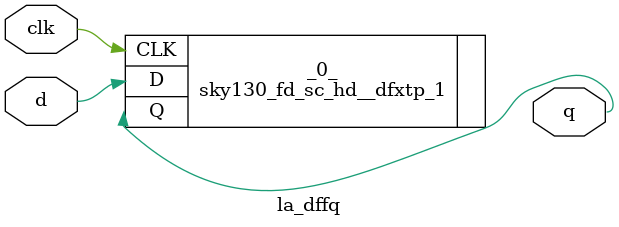
<source format=v>

/* Generated by Yosys 0.37 (git sha1 a5c7f69ed, clang 14.0.0-1ubuntu1.1 -fPIC -Os) */

module la_dffq(d, clk, q);
  input clk;
  wire clk;
  input d;
  wire d;
  output q;
  wire q;
  sky130_fd_sc_hd__dfxtp_1 _0_ (
    .CLK(clk),
    .D(d),
    .Q(q)
  );
endmodule

</source>
